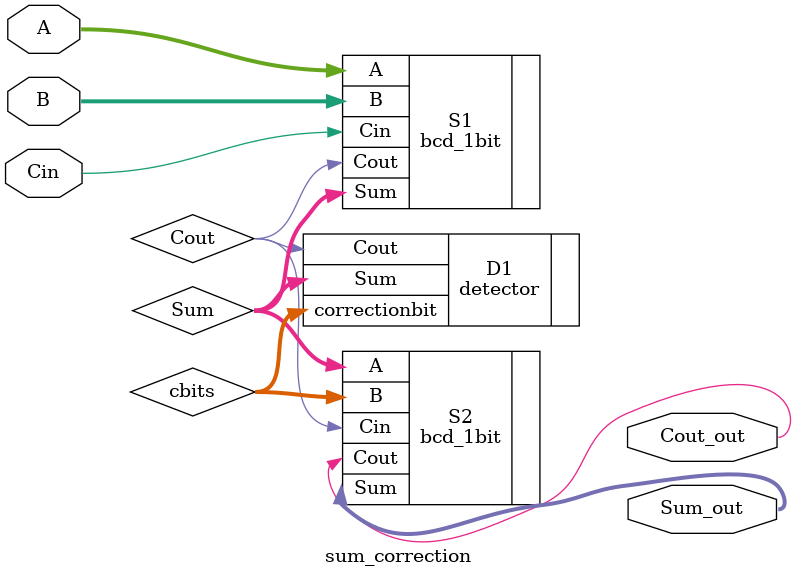
<source format=v>
module sum_correction (
input Cin,
input [3:0] A,B,
output Cout_out,
output [3:0] Sum_out
);

wire Cout;
wire [3:0]Sum;
wire [3:0]cbits;

bcd_1bit S1(.A(A),.B(B),.Cin(Cin),.Cout(Cout),.Sum(Sum));
detector D1(.Sum(Sum),.Cout(Cout),.correctionbit(cbits));
bcd_1bit S2(.A(Sum),.B(cbits),.Cin(Cout),.Cout(Cout_out),.Sum(Sum_out));

endmodule
</source>
